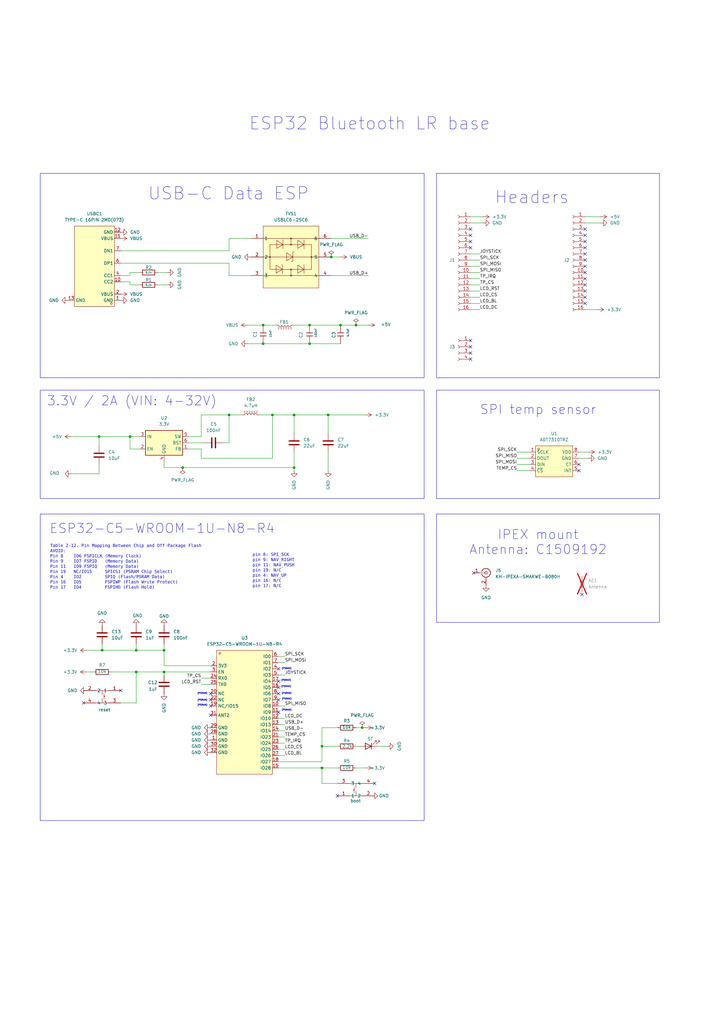
<source format=kicad_sch>
(kicad_sch (version 20250114) (generator "eeschema") (generator_version "9.0")
  (paper "A3" portrait)
  (title_block (date "2026-01-05") (rev "v.6e07b40"))
  (lib_symbols
    (symbol "Connector:Conn_01x04_Socket" (pin_names (offset 1.016) (hide yes))
      (property "Reference" "J" (at 0 5.08 0))
      (property "Value" "Conn_01x04_Socket" (at 0 -7.62 0))
      (symbol "Conn_01x04_Socket_1_1"
        (pin passive line (at -5.08 2.54 0) (length 3.81) (name "Pin_1") (number "1"))
        (pin passive line (at -5.08 0 0) (length 3.81) (name "Pin_2") (number "2"))
        (pin passive line (at -5.08 -2.54 0) (length 3.81) (name "Pin_3") (number "3"))
        (pin passive line (at -5.08 -5.08 0) (length 3.81) (name "Pin_4") (number "4"))
      )
    )
    (symbol "Connector:Conn_01x16_Socket" (pin_names (offset 1.016) (hide yes))
      (property "Reference" "J" (at 0 20.32 0))
      (property "Value" "Conn_01x16_Socket" (at 0 -22.86 0))
      (symbol "Conn_01x16_Socket_1_1"
        (pin passive line (at -5.08 17.78 0) (length 3.81) (name "Pin_1") (number "1"))
        (pin passive line (at -5.08 15.24 0) (length 3.81) (name "Pin_2") (number "2"))
        (pin passive line (at -5.08 12.7 0) (length 3.81) (name "Pin_3") (number "3"))
        (pin passive line (at -5.08 10.16 0) (length 3.81) (name "Pin_4") (number "4"))
        (pin passive line (at -5.08 7.62 0) (length 3.81) (name "Pin_5") (number "5"))
        (pin passive line (at -5.08 5.08 0) (length 3.81) (name "Pin_6") (number "6"))
        (pin passive line (at -5.08 2.54 0) (length 3.81) (name "Pin_7") (number "7"))
        (pin passive line (at -5.08 0 0) (length 3.81) (name "Pin_8") (number "8"))
        (pin passive line (at -5.08 -2.54 0) (length 3.81) (name "Pin_9") (number "9"))
        (pin passive line (at -5.08 -5.08 0) (length 3.81) (name "Pin_10") (number "10"))
        (pin passive line (at -5.08 -7.62 0) (length 3.81) (name "Pin_11") (number "11"))
        (pin passive line (at -5.08 -10.16 0) (length 3.81) (name "Pin_12") (number "12"))
        (pin passive line (at -5.08 -12.7 0) (length 3.81) (name "Pin_13") (number "13"))
        (pin passive line (at -5.08 -15.24 0) (length 3.81) (name "Pin_14") (number "14"))
        (pin passive line (at -5.08 -17.78 0) (length 3.81) (name "Pin_15") (number "15"))
        (pin passive line (at -5.08 -20.32 0) (length 3.81) (name "Pin_16") (number "16"))
      )
    )
    (symbol "Connector:Conn_Coaxial" (pin_names (offset 1.016) (hide yes))
      (property "Reference" "J" (at 0.254 3.048 0))
      (property "Value" "Conn_Coaxial" (at 2.921 0 90))
      (symbol "Conn_Coaxial_1_1"
        (pin passive line (at -5.08 0 0) (length 2.54) (name "In") (number "1"))
        (pin passive line (at 0 -5.08 90) (length 2.54) (name "Ext") (number "2"))
      )
    )
    (symbol "Device:Antenna" (pin_numbers (hide yes)) (pin_names (offset 1.016) (hide yes))
      (property "Reference" "AE" (at -1.905 1.905 0))
      (property "Value" "Antenna" (at -1.905 0 0))
      (symbol "Antenna_1_1"
        (pin input line (at 0 -5.08 90) (length 2.54) (name "A") (number "1"))
      )
    )
    (symbol "Device:C" (pin_numbers (hide yes)) (pin_names (offset 0.254))
      (property "Reference" "C" (at 0.635 2.54 0))
      (property "Value" "C" (at 0.635 -2.54 0))
      (symbol "C_1_1"
        (pin passive line (at 0 3.81 270) (length 2.794) (name "~") (number "1"))
        (pin passive line (at 0 -3.81 90) (length 2.794) (name "~") (number "2"))
      )
    )
    (symbol "Device:LED" (pin_numbers (hide yes)) (pin_names (offset 1.016) (hide yes))
      (property "Reference" "D" (at 0 2.54 0))
      (property "Value" "LED" (at 0 -2.54 0))
      (symbol "LED_1_1"
        (pin passive line (at -3.81 0 0) (length 2.54) (name "K") (number "1"))
        (pin passive line (at 3.81 0 180) (length 2.54) (name "A") (number "2"))
      )
    )
    (symbol "Device:L_Ferrite" (pin_numbers (hide yes)) (pin_names (offset 1.016) (hide yes))
      (property "Reference" "L" (at -1.27 0 90))
      (property "Value" "L_Ferrite" (at 2.794 0 90))
      (symbol "L_Ferrite_1_1"
        (pin passive line (at 0 3.81 270) (length 1.27) (name "1") (number "1"))
        (pin passive line (at 0 -3.81 90) (length 1.27) (name "2") (number "2"))
      )
    )
    (symbol "Device:R" (pin_numbers (hide yes)) (pin_names (offset 0))
      (property "Reference" "R" (at 2.032 0 90))
      (property "Value" "R" (at 0 0 90))
      (symbol "R_1_1"
        (pin passive line (at 0 3.81 270) (length 1.27) (name "~") (number "1"))
        (pin passive line (at 0 -3.81 90) (length 1.27) (name "~") (number "2"))
      )
    )
    (symbol "LCSC:TS-1002S-04526C"
      (property "Reference" "SW" (at 0 7.62 0))
      (property "Value" "TS-1002S-04526C" (at 0 -7.62 0))
      (symbol "TS-1002S-04526C_0_1"
        (pin unspecified line (at -7.62 2.54 0) (length 5.08) (name "1") (number "1"))
        (pin unspecified line (at -7.62 -2.54 0) (length 5.08) (name "3") (number "3"))
        (pin unspecified line (at 7.62 2.54 180) (length 5.08) (name "2") (number "2"))
        (pin unspecified line (at 7.62 -2.54 180) (length 5.08) (name "4") (number "4"))
      )
    )
    (symbol "PCM_JLCPCB-Capacitors:1206,100nF" (pin_numbers (hide yes)) (pin_names (offset 0))
      (property "Reference" "C" (at 2.032 1.668 0))
      (property "Value" "100nF" (at 2.032 -0.3782 0))
      (property "Voltage Rated" "50V" (at 2.032 -2.0462 0))
      (symbol "1206,100nF_1_1"
        (pin passive line (at 0 3.81 270) (length 3.175) (name "~") (number "1"))
        (pin passive line (at 0 -3.81 90) (length 3.175) (name "~") (number "2"))
      )
    )
    (symbol "PCM_JLCPCB-Capacitors:1206,10nF" (pin_numbers (hide yes)) (pin_names (offset 0))
      (property "Reference" "C" (at 2.032 1.668 0))
      (property "Value" "10nF" (at 2.032 -0.3782 0))
      (property "Voltage Rated" "50V" (at 2.032 -2.0462 0))
      (symbol "1206,10nF_1_1"
        (pin passive line (at 0 3.81 270) (length 3.175) (name "~") (number "1"))
        (pin passive line (at 0 -3.81 90) (length 3.175) (name "~") (number "2"))
      )
    )
    (symbol "PCM_JLCPCB-Capacitors:1206,4.7uF" (pin_numbers (hide yes)) (pin_names (offset 0))
      (property "Reference" "C" (at 2.032 1.668 0))
      (property "Value" "4.7uF" (at 2.032 -0.3782 0))
      (property "Voltage Rated" "50V" (at 2.032 -2.0462 0))
      (symbol "1206,4.7uF_1_1"
        (pin passive line (at 0 3.81 270) (length 3.175) (name "~") (number "1"))
        (pin passive line (at 0 -3.81 90) (length 3.175) (name "~") (number "2"))
      )
    )
    (symbol "PWA:R_5.1K_1206_C26033" (pin_numbers (hide yes)) (pin_names (offset 0))
      (property "Reference" "R" (at 1.778 0 0))
      (property "Value" "5.1k" (at 0 0 90))
      (symbol "R_5.1K_1206_C26033_1_1"
        (pin passive line (at 0 3.81 270) (length 1.27) (name "~") (number "1"))
        (pin passive line (at 0 -3.81 90) (length 1.27) (name "~") (number "2"))
      )
    )
    (symbol "Regulator_Switching:AP63205WU"
      (property "Reference" "U" (at -7.62 6.35 0))
      (property "Value" "AP63205WU" (at 2.54 6.35 0))
      (symbol "AP63205WU_1_1"
        (pin power_in line (at -10.16 2.54 0) (length 2.54) (name "IN") (number "3"))
        (pin input line (at -10.16 -2.54 0) (length 2.54) (name "EN") (number "2"))
        (pin power_in line (at 0 -7.62 90) (length 2.54) (name "GND") (number "4"))
        (pin output line (at 10.16 2.54 180) (length 2.54) (name "SW") (number "5"))
        (pin passive line (at 10.16 0 180) (length 2.54) (name "BST") (number "6"))
        (pin input line (at 10.16 -2.54 180) (length 2.54) (name "FB") (number "1"))
      )
    )
    (symbol "TS-1002S-04526C_1"
      (property "Value" "reset" (at 1.524 -5.334 0))
      (symbol "TS-1002S-04526C_1_0_1"
        (pin unspecified line (at -7.62 -2.54 0) (length 5.08) (name "3") (number "3"))
        (pin unspecified line (at 7.62 2.54 180) (length 5.08) (name "2") (number "2"))
        (pin unspecified line (at 7.62 -2.54 180) (length 5.08) (name "4") (number "4"))
      )
      (symbol "TS-1002S-04526C_1_1_1"
        (pin input line (at -7.62 2.54 0) (length 5.08) (name "1") (number "1"))
      )
    )
    (symbol "easyeda2kicad:ADT7310TRZ"
      (property "Reference" "U" (at 0 8.89 0))
      (property "Value" "ADT7310TRZ" (at 0 -8.89 0))
      (symbol "ADT7310TRZ_0_1"
        (pin unspecified line (at -10.16 3.81 0) (length 2.54) (name "SCLK") (number "1"))
        (pin unspecified line (at -10.16 1.27 0) (length 2.54) (name "DOUT") (number "2"))
        (pin unspecified line (at -10.16 -1.27 0) (length 2.54) (name "DIN") (number "3"))
        (pin unspecified line (at -10.16 -3.81 0) (length 2.54) (name "~{CS}") (number "4"))
        (pin unspecified line (at 10.16 3.81 180) (length 2.54) (name "VDD") (number "8"))
        (pin unspecified line (at 10.16 1.27 180) (length 2.54) (name "GND") (number "7"))
        (pin unspecified line (at 10.16 -1.27 180) (length 2.54) (name "CT") (number "6"))
        (pin unspecified line (at 10.16 -3.81 180) (length 2.54) (name "INT") (number "5"))
      )
    )
    (symbol "easyeda2kicad:ESP32-C5-WROOM-1U-N8-R4"
      (property "Reference" "U" (at 0 29.21 0))
      (property "Value" "ESP32-C5-WROOM-1U-N8-R4" (at 0 -26.67 0))
      (symbol "ESP32-C5-WROOM-1U-N8-R4_0_1"
        (pin unspecified line (at -13.97 20.32 0) (length 2.54) (name "3V3") (number "2"))
        (pin unspecified line (at -13.97 17.78 0) (length 2.54) (name "EN") (number "3"))
        (pin unspecified line (at -13.97 15.24 0) (length 2.54) (name "RX0") (number "24"))
        (pin unspecified line (at -13.97 12.7 0) (length 2.54) (name "TX0") (number "25"))
        (pin unspecified line (at -13.97 8.89 0) (length 2.54) (name "NC") (number "20"))
        (pin unspecified line (at -13.97 6.35 0) (length 2.54) (name "NC") (number "22"))
        (pin unspecified line (at -13.97 3.81 0) (length 2.54) (name "NC/IO15") (number "19"))
        (pin unspecified line (at -13.97 0 0) (length 2.54) (name "ANT2") (number "31"))
        (pin unspecified line (at -13.97 -5.08 0) (length 2.54) (name "GND") (number "29"))
        (pin unspecified line (at -13.97 -7.62 0) (length 2.54) (name "GND") (number "28"))
        (pin unspecified line (at -13.97 -10.16 0) (length 2.54) (name "GND") (number "1"))
        (pin unspecified line (at -13.97 -12.7 0) (length 2.54) (name "GND") (number "30"))
        (pin unspecified line (at -13.97 -15.24 0) (length 2.54) (name "GND") (number "32"))
        (pin unspecified line (at 13.97 24.13 180) (length 2.54) (name "IO0") (number "6"))
        (pin unspecified line (at 13.97 21.59 180) (length 2.54) (name "IO1") (number "7"))
        (pin unspecified line (at 13.97 19.05 180) (length 2.54) (name "IO2") (number "4"))
        (pin unspecified line (at 13.97 16.51 180) (length 2.54) (name "IO3") (number "5"))
        (pin unspecified line (at 13.97 13.97 180) (length 2.54) (name "IO4") (number "17"))
        (pin unspecified line (at 13.97 11.43 180) (length 2.54) (name "IO5") (number "16"))
        (pin unspecified line (at 13.97 8.89 180) (length 2.54) (name "IO6") (number "8"))
        (pin unspecified line (at 13.97 6.35 180) (length 2.54) (name "IO7") (number "9"))
        (pin unspecified line (at 13.97 3.81 180) (length 2.54) (name "IO8") (number "10"))
        (pin unspecified line (at 13.97 1.27 180) (length 2.54) (name "IO9") (number "11"))
        (pin unspecified line (at 13.97 -1.27 180) (length 2.54) (name "IO10") (number "12"))
        (pin unspecified line (at 13.97 -3.81 180) (length 2.54) (name "IO13") (number "13"))
        (pin unspecified line (at 13.97 -6.35 180) (length 2.54) (name "IO14") (number "14"))
        (pin unspecified line (at 13.97 -8.89 180) (length 2.54) (name "IO23") (number "21"))
        (pin unspecified line (at 13.97 -11.43 180) (length 2.54) (name "IO24") (number "23"))
        (pin unspecified line (at 13.97 -13.97 180) (length 2.54) (name "IO25") (number "26"))
        (pin unspecified line (at 13.97 -16.51 180) (length 2.54) (name "IO26") (number "27"))
        (pin unspecified line (at 13.97 -19.05 180) (length 2.54) (name "IO27") (number "18"))
        (pin unspecified line (at 13.97 -21.59 180) (length 2.54) (name "IO28") (number "15"))
      )
    )
    (symbol "easyeda2kicad:TYPE-C16PIN2MD(073)"
      (property "Reference" "USBC1" (at -0.635 -21.59 0))
      (property "Value" "TYPE-C 16PIN 2MD(073)" (at -0.635 -19.05 0))
      (symbol "TYPE-C16PIN2MD(073)_1_1"
        (pin power_in line (at -11.43 13.97 0) (length 2.54) (name "GND") (number "1"))
        (pin power_in line (at -11.43 11.43 0) (length 2.54) (name "VBUS") (number "2"))
        (pin passive line (at -11.43 6.35 0) (length 2.54) (name "CC2") (number "10"))
        (pin passive line (at -11.43 3.81 0) (length 2.54) (name "CC1") (number "4"))
        (pin passive line (at -11.43 -1.27 0) (length 2.54) (name "DP1") (number "6"))
        (pin passive line (at -11.43 -1.27 0) (length 2.54) (hide yes) (name "DP2") (number "8"))
        (pin passive line (at -11.43 -6.35 0) (length 2.54) (hide yes) (name "DN2") (number "5"))
        (pin passive line (at -11.43 -6.35 0) (length 2.54) (name "DN1") (number "7"))
        (pin power_in line (at -11.43 -11.43 0) (length 2.54) (name "VBUS") (number "11"))
        (pin power_in line (at -11.43 -13.97 0) (length 2.54) (name "GND") (number "12"))
        (pin passive line (at 10.16 13.97 180) (length 2.54) (name "GND") (number "13"))
        (pin passive line (at 10.16 13.97 180) (length 2.54) (hide yes) (name "GND") (number "14"))
        (pin no_connect line (at 10.16 8.89 180) (length 2.54) (hide yes) (name "SBU2") (number "3"))
        (pin no_connect line (at 10.16 -7.62 180) (length 2.54) (hide yes) (name "SBU1") (number "9"))
      )
    )
    (symbol "easyeda2kicad:USBLC6-2SC6"
      (property "Reference" "TVS1" (at 0 17.78 0))
      (property "Value" "USBLC6-2SC6" (at 0 15.24 0))
      (symbol "USBLC6-2SC6_0_1"
        (pin input line (at -16.51 7.62 0) (length 5.08) (name "1") (number "1"))
        (pin input line (at -16.51 0 0) (length 5.08) (name "2") (number "2"))
        (pin input line (at -16.51 -7.62 0) (length 5.08) (name "3") (number "3"))
        (pin input line (at 16.51 0 180) (length 5.08) (name "5") (number "5"))
      )
      (symbol "USBLC6-2SC6_1_1"
        (pin output line (at 16.51 7.62 180) (length 5.08) (name "6") (number "6"))
        (pin output line (at 16.51 -7.62 180) (length 5.08) (name "4") (number "4"))
      )
    )
    (symbol "power:+3.3V" (power) (pin_numbers (hide yes)) (pin_names (offset 0) (hide yes))
      (property "Value" "+3.3V" (at 0 3.556 0))
      (symbol "+3.3V_1_1"
        (pin power_in line (at 0 0 90) (length 0) (name "~") (number "1"))
      )
    )
    (symbol "power:+5V" (power) (pin_numbers (hide yes)) (pin_names (offset 0) (hide yes))
      (property "Value" "+5V" (at 0 3.556 0))
      (symbol "+5V_1_1"
        (pin power_in line (at 0 0 90) (length 0) (name "~") (number "1"))
      )
    )
    (symbol "power:GND" (power) (pin_numbers (hide yes)) (pin_names (offset 0) (hide yes))
      (property "Value" "GND" (at 0 -3.81 0))
      (symbol "GND_1_1"
        (pin power_in line (at 0 0 270) (length 0) (name "~") (number "1"))
      )
    )
    (symbol "power:PWR_FLAG" (power) (pin_numbers (hide yes)) (pin_names (offset 0) (hide yes))
      (property "Value" "PWR_FLAG" (at 0 3.81 0))
      (symbol "PWR_FLAG_0_0"
        (pin power_out line (at 0 0 90) (length 0) (name "~") (number "1"))
      )
    )
    (symbol "power:VBUS" (power) (pin_numbers (hide yes)) (pin_names (offset 0) (hide yes))
      (property "Value" "VBUS" (at 0 3.556 0))
      (symbol "VBUS_1_1"
        (pin power_in line (at 0 0 90) (length 0) (name "~") (number "1"))
      )
    )
  )
  (rectangle (start 179.07 71.12) (end 270.51 154.94))
  (rectangle (start 179.07 210.82) (end 270.51 255.27))
  (rectangle (start 16.51 160.02) (end 173.99 204.47))
  (rectangle (start 16.51 71.12) (end 173.99 154.94))
  (rectangle (start 179.07 160.02) (end 270.51 204.47))
  (rectangle (start 16.51 210.82) (end 173.99 336.55))
  (text "ESP32 Bluetooth LR base" (at 151.638 50.8 0) (effects (font (size 5.08 5.08))))
  (text "(PSRAM)" (at 117.602 286.766 0) (effects (font (size 0.635 0.635))))
  (text "ESP32-C5-WROOM-1U-N8-R4" (at 66.548 216.916 0) (effects (font (size 3.81 3.81))))
  (text "Headers" (at 218.186 81.026 0) (effects (font (size 5.08 5.08))))
  (text "(PSRAM)" (at 83.058 284.48 0) (effects (font (size 0.635 0.635))))
  (text "USB-C Data ESP" (at 93.726 79.502 0) (effects (font (size 5.08 5.08))))
  (text "SPI temp sensor" (at 220.726 168.148 0) (effects (font (size 3.81 3.81))))
  (text "(PSRAM)" (at 83.058 287.274 0) (effects (font (size 0.635 0.635))))
  (text "(PSRAM)" (at 83.058 289.306 0) (effects (font (size 0.635 0.635))))
  (text "(PSRAM)" (at 117.602 284.48 0) (effects (font (size 0.635 0.635))))
  (text "3.3V / 2A (VIN: 4-32V)" (at 54.102 164.592 0) (effects (font (size 3.81 3.81))))
  (text "(PSRAM)" (at 117.348 281.686 0) (effects (font (size 0.635 0.635))))
  (text "IPEX mount\nAntenna: C1509192" (at 220.726 222.504 0) (effects (font (size 3.81 3.81))))
  (text "(PSRAM)" (at 117.348 279.146 0) (effects (font (size 0.635 0.635))))
  (text "pin 8: SPI_SCK\npin 9: NAV_RIGHT\npin 11: NAV_PUSH\npin 19: N/C\npin 4: NAV_UP\npin 16: N/C\npin 17: N/C" (at 103.632 234.442 0) (effects (font (size 1.27 1.27)) (justify left)))
  (text "(PSRAM)" (at 117.602 274.32 0) (effects (font (size 0.635 0.635))))
  (text "Table 2-12. Pin Mapping Between Chip and Off-Package Flash\nAVOID:\nPin 8    IO6 FSPICLK (Memory Clock)\nPin 9    IO7 FSPID   (Memory Data)\nPin 11   IO9 FSPIQ   (Memory Data)\nPin 19   NC/IO15     SPICS1 (PSRAM Chip Select)\nPin 4    IO2         SPIQ (Flash/PSRAM Data)\nPin 16   IO5         FSPIWP (Flash Write Protect)\nPin 17   IO4         FSPIHD (Flash Hold)" (exclude_from_sim yes) (at 20.574 232.918 0) (effects (font (size 1.27 1.27)) (justify left)))
  (text "(PSRAM)" (at 117.602 291.338 0) (effects (font (size 0.635 0.635))))
  (junction (at 74.93 191.77))
  (junction (at 127 133.35))
  (junction (at 127 140.97))
  (junction (at 146.05 133.35))
  (junction (at 67.31 266.7))
  (junction (at 120.65 170.18))
  (junction (at 134.62 170.18))
  (junction (at 107.95 133.35))
  (junction (at 120.65 191.77))
  (junction (at 135.89 105.41))
  (junction (at 40.64 179.07))
  (junction (at 41.91 266.7))
  (junction (at 132.08 314.96))
  (junction (at 53.34 179.07))
  (junction (at 139.7 133.35))
  (junction (at 55.88 266.7))
  (junction (at 111.76 170.18))
  (junction (at 55.88 275.59))
  (junction (at 148.59 298.45))
  (junction (at 107.95 140.97))
  (junction (at 132.08 306.07))
  (junction (at 67.31 275.59))
  (junction (at 93.98 170.18))
  (no_connect (at 193.04 93.98))
  (no_connect (at 193.04 139.7))
  (no_connect (at 34.29 288.29))
  (no_connect (at 240.03 119.38))
  (no_connect (at 240.03 99.06))
  (no_connect (at 240.03 104.14))
  (no_connect (at 240.03 114.3))
  (no_connect (at 240.03 116.84))
  (no_connect (at 193.04 96.52))
  (no_connect (at 240.03 109.22))
  (no_connect (at 138.43 326.39))
  (no_connect (at 240.03 121.92))
  (no_connect (at 114.3 287.02))
  (no_connect (at 114.3 284.48))
  (no_connect (at 240.03 93.98))
  (no_connect (at 86.36 289.56))
  (no_connect (at 193.04 147.32))
  (no_connect (at 237.49 190.5))
  (no_connect (at 240.03 111.76))
  (no_connect (at 193.04 144.78))
  (no_connect (at 114.3 281.94))
  (no_connect (at 153.67 321.31))
  (no_connect (at 86.36 284.48))
  (no_connect (at 193.04 142.24))
  (no_connect (at 86.36 293.37))
  (no_connect (at 240.03 106.68))
  (no_connect (at 49.53 283.21))
  (no_connect (at 237.49 193.04))
  (no_connect (at 86.36 287.02))
  (no_connect (at 114.3 292.1))
  (no_connect (at 238.76 243.84))
  (no_connect (at 240.03 124.46))
  (no_connect (at 114.3 274.32))
  (no_connect (at 240.03 101.6))
  (no_connect (at 194.31 234.95))
  (no_connect (at 193.04 99.06))
  (no_connect (at 240.03 96.52))
  (no_connect (at 193.04 101.6))
  (no_connect (at 114.3 279.4))
  (wire (pts (xy 67.31 266.7) (xy 67.31 273.05)))
  (wire (pts (xy 55.88 275.59) (xy 55.88 288.29)))
  (wire (pts (xy 114.3 299.72) (xy 116.84 299.72)))
  (wire (pts (xy 45.72 275.59) (xy 55.88 275.59)))
  (wire (pts (xy 35.56 275.59) (xy 38.1 275.59)))
  (wire (pts (xy 120.65 191.77) (xy 120.65 193.04)))
  (wire (pts (xy 55.88 275.59) (xy 67.31 275.59)))
  (wire (pts (xy 212.09 185.42) (xy 217.17 185.42)))
  (wire (pts (xy 64.77 116.84) (xy 68.58 116.84)))
  (wire (pts (xy 127 133.35) (xy 139.7 133.35)))
  (wire (pts (xy 82.55 179.07) (xy 77.47 179.07)))
  (wire (pts (xy 138.43 321.31) (xy 132.08 321.31)))
  (wire (pts (xy 132.08 306.07) (xy 132.08 312.42)))
  (wire (pts (xy 53.34 184.15) (xy 53.34 179.07)))
  (wire (pts (xy 146.05 298.45) (xy 148.59 298.45)))
  (wire (pts (xy 193.04 88.9) (xy 198.12 88.9)))
  (wire (pts (xy 49.53 107.95) (xy 93.98 107.95)))
  (wire (pts (xy 53.34 111.76) (xy 53.34 113.03)))
  (wire (pts (xy 212.09 193.04) (xy 217.17 193.04)))
  (wire (pts (xy 67.31 275.59) (xy 86.36 275.59)))
  (wire (pts (xy 212.09 187.96) (xy 217.17 187.96)))
  (wire (pts (xy 91.44 181.61) (xy 93.98 181.61)))
  (wire (pts (xy 116.84 269.24) (xy 114.3 269.24)))
  (wire (pts (xy 240.03 88.9) (xy 246.38 88.9)))
  (wire (pts (xy 41.91 264.16) (xy 41.91 266.7)))
  (wire (pts (xy 193.04 116.84) (xy 196.85 116.84)))
  (wire (pts (xy 134.62 185.42) (xy 134.62 193.04)))
  (wire (pts (xy 93.98 170.18) (xy 99.06 170.18)))
  (wire (pts (xy 40.64 179.07) (xy 53.34 179.07)))
  (wire (pts (xy 101.6 133.35) (xy 107.95 133.35)))
  (wire (pts (xy 193.04 111.76) (xy 196.85 111.76)))
  (wire (pts (xy 67.31 266.7) (xy 55.88 266.7)))
  (wire (pts (xy 40.64 182.88) (xy 40.64 179.07)))
  (wire (pts (xy 93.98 170.18) (xy 93.98 181.61)))
  (wire (pts (xy 148.59 298.45) (xy 149.86 298.45)))
  (wire (pts (xy 55.88 264.16) (xy 55.88 266.7)))
  (wire (pts (xy 107.95 133.35) (xy 113.03 133.35)))
  (wire (pts (xy 67.31 275.59) (xy 67.31 276.86)))
  (wire (pts (xy 55.88 266.7) (xy 41.91 266.7)))
  (wire (pts (xy 193.04 119.38) (xy 196.85 119.38)))
  (wire (pts (xy 154.94 306.07) (xy 158.75 306.07)))
  (wire (pts (xy 116.84 309.88) (xy 114.3 309.88)))
  (wire (pts (xy 127 140.97) (xy 139.7 140.97)))
  (wire (pts (xy 53.34 179.07) (xy 57.15 179.07)))
  (wire (pts (xy 82.55 184.15) (xy 82.55 187.96)))
  (wire (pts (xy 111.76 187.96) (xy 111.76 170.18)))
  (wire (pts (xy 107.95 140.97) (xy 127 140.97)))
  (wire (pts (xy 114.3 297.18) (xy 116.84 297.18)))
  (wire (pts (xy 120.65 170.18) (xy 120.65 177.8)))
  (wire (pts (xy 53.34 115.57) (xy 53.34 116.84)))
  (wire (pts (xy 193.04 124.46) (xy 196.85 124.46)))
  (wire (pts (xy 77.47 181.61) (xy 83.82 181.61)))
  (wire (pts (xy 114.3 304.8) (xy 116.84 304.8)))
  (wire (pts (xy 120.65 170.18) (xy 134.62 170.18)))
  (wire (pts (xy 132.08 298.45) (xy 138.43 298.45)))
  (wire (pts (xy 41.91 266.7) (xy 35.56 266.7)))
  (wire (pts (xy 82.55 278.13) (xy 86.36 278.13)))
  (wire (pts (xy 135.89 113.03) (xy 151.13 113.03)))
  (wire (pts (xy 116.84 271.78) (xy 114.3 271.78)))
  (wire (pts (xy 67.31 273.05) (xy 86.36 273.05)))
  (wire (pts (xy 57.15 184.15) (xy 53.34 184.15)))
  (wire (pts (xy 193.04 121.92) (xy 196.85 121.92)))
  (wire (pts (xy 53.34 111.76) (xy 57.15 111.76)))
  (wire (pts (xy 93.98 113.03) (xy 102.87 113.03)))
  (wire (pts (xy 40.64 190.5) (xy 40.64 194.31)))
  (wire (pts (xy 67.31 264.16) (xy 67.31 266.7)))
  (wire (pts (xy 77.47 184.15) (xy 82.55 184.15)))
  (wire (pts (xy 120.65 133.35) (xy 127 133.35)))
  (wire (pts (xy 139.7 133.35) (xy 146.05 133.35)))
  (wire (pts (xy 134.62 170.18) (xy 134.62 177.8)))
  (wire (pts (xy 67.31 191.77) (xy 74.93 191.77)))
  (wire (pts (xy 93.98 97.79) (xy 102.87 97.79)))
  (wire (pts (xy 240.03 91.44) (xy 246.38 91.44)))
  (wire (pts (xy 212.09 190.5) (xy 217.17 190.5)))
  (wire (pts (xy 132.08 314.96) (xy 114.3 314.96)))
  (wire (pts (xy 146.05 306.07) (xy 147.32 306.07)))
  (wire (pts (xy 196.85 127) (xy 193.04 127)))
  (wire (pts (xy 49.53 288.29) (xy 55.88 288.29)))
  (wire (pts (xy 82.55 280.67) (xy 86.36 280.67)))
  (wire (pts (xy 29.21 179.07) (xy 40.64 179.07)))
  (wire (pts (xy 132.08 314.96) (xy 138.43 314.96)))
  (wire (pts (xy 93.98 107.95) (xy 93.98 113.03)))
  (wire (pts (xy 193.04 109.22) (xy 196.85 109.22)))
  (wire (pts (xy 146.05 314.96) (xy 149.86 314.96)))
  (wire (pts (xy 101.6 140.97) (xy 107.95 140.97)))
  (wire (pts (xy 193.04 114.3) (xy 196.85 114.3)))
  (wire (pts (xy 245.11 127) (xy 240.03 127)))
  (wire (pts (xy 82.55 170.18) (xy 93.98 170.18)))
  (wire (pts (xy 114.3 307.34) (xy 116.84 307.34)))
  (wire (pts (xy 132.08 306.07) (xy 138.43 306.07)))
  (wire (pts (xy 111.76 170.18) (xy 120.65 170.18)))
  (wire (pts (xy 82.55 187.96) (xy 111.76 187.96)))
  (wire (pts (xy 64.77 111.76) (xy 68.58 111.76)))
  (wire (pts (xy 49.53 102.87) (xy 93.98 102.87)))
  (wire (pts (xy 237.49 187.96) (xy 241.3 187.96)))
  (wire (pts (xy 132.08 312.42) (xy 114.3 312.42)))
  (wire (pts (xy 114.3 294.64) (xy 116.84 294.64)))
  (wire (pts (xy 53.34 113.03) (xy 49.53 113.03)))
  (wire (pts (xy 114.3 276.86) (xy 116.84 276.86)))
  (wire (pts (xy 114.3 289.56) (xy 116.84 289.56)))
  (wire (pts (xy 134.62 170.18) (xy 149.86 170.18)))
  (wire (pts (xy 114.3 302.26) (xy 116.84 302.26)))
  (wire (pts (xy 139.7 105.41) (xy 135.89 105.41)))
  (wire (pts (xy 146.05 133.35) (xy 151.13 133.35)))
  (wire (pts (xy 53.34 116.84) (xy 57.15 116.84)))
  (wire (pts (xy 193.04 91.44) (xy 198.12 91.44)))
  (wire (pts (xy 49.53 115.57) (xy 53.34 115.57)))
  (wire (pts (xy 135.89 97.79) (xy 151.13 97.79)))
  (wire (pts (xy 67.31 191.77) (xy 67.31 189.23)))
  (wire (pts (xy 120.65 185.42) (xy 120.65 191.77)))
  (wire (pts (xy 193.04 106.68) (xy 196.85 106.68)))
  (wire (pts (xy 132.08 298.45) (xy 132.08 306.07)))
  (wire (pts (xy 82.55 170.18) (xy 82.55 179.07)))
  (wire (pts (xy 93.98 97.79) (xy 93.98 102.87)))
  (wire (pts (xy 152.4 326.39) (xy 153.67 326.39)))
  (wire (pts (xy 196.85 104.14) (xy 193.04 104.14)))
  (wire (pts (xy 237.49 185.42) (xy 241.3 185.42)))
  (wire (pts (xy 106.68 170.18) (xy 111.76 170.18)))
  (wire (pts (xy 132.08 314.96) (xy 132.08 321.31)))
  (wire (pts (xy 29.21 194.31) (xy 40.64 194.31)))
  (wire (pts (xy 35.56 283.21) (xy 34.29 283.21)))
  (wire (pts (xy 74.93 191.77) (xy 120.65 191.77)))
  (label "TP_CS" (at 196.85 116.84 0))
  (label "SPI_SCK" (at 116.84 269.24 0))
  (label "LCD_DC" (at 116.84 294.64 0))
  (label "SPI_MISO" (at 116.84 289.56 0))
  (label "SPI_MISO" (at 196.85 111.76 0))
  (label "USB_D+" (at 151.13 113.03 180))
  (label "JOYSTICK" (at 196.85 104.14 0))
  (label "USB_D-" (at 116.84 299.72 0))
  (label "TP_IRQ" (at 196.85 114.3 0))
  (label "LCD_RST" (at 82.55 280.67 180))
  (label "USB_D-" (at 151.13 97.79 180))
  (label "SPI_MISO" (at 212.09 187.96 180))
  (label "LCD_CS" (at 116.84 307.34 0))
  (label "TP_CS" (at 82.55 278.13 180))
  (label "SPI_SCK" (at 196.85 106.68 0))
  (label "SPI_SCK" (at 212.09 185.42 180))
  (label "SPI_MOSI" (at 212.09 190.5 180))
  (label "LCD_CS" (at 196.85 121.92 0))
  (label "TP_IRQ" (at 116.84 304.8 0))
  (label "USB_D+" (at 116.84 297.18 0))
  (label "LCD_BL" (at 116.84 309.88 0))
  (label "SPI_MOSI" (at 196.85 109.22 0))
  (label "LCD_DC" (at 196.85 127 0))
  (label "TEMP_CS" (at 212.09 193.04 180))
  (label "JOYSTICK" (at 116.84 276.86 0))
  (label "TEMP_CS" (at 116.84 302.26 0))
  (label "LCD_BL" (at 196.85 124.46 0))
  (label "SPI_MOSI" (at 116.84 271.78 0))
  (label "LCD_RST" (at 196.85 119.38 0))
  (symbol (lib_id "easyeda2kicad:ADT7310TRZ") (at 227.33 189.23 0) (unit 1)
    (property "Reference" "U1" (at 227.33 177.8 0))
    (property "Value" "ADT7310TRZ" (at 227.33 180.34 0))
    (property "Footprint" "easyeda2kicad:SOIC-8_L4.9-W3.9-P1.27-LS6.0-BL" (effects (hide yes)))
    (property "Datasheet" "https://www.lcsc.com/datasheet/C660039.pdf" (effects (hide yes)))
    (property "Description" "-55℃~+150℃ SPI 2.7V~5.5V SOIC-8 Analog and Digital Output RoHS" (effects (hide yes)))
    (property "LCSC Part" "C660039" (effects (hide yes)))
  )
  (symbol (lib_id "Device:R") (at 41.91 275.59 90) (unit 1)
    (property "Reference" "R7" (at 41.91 272.796 90))
    (property "Value" "10k" (at 41.91 275.336 90))
    (property "Footprint" "PCM_JLCPCB:R_0805" (effects (hide yes)))
    (property "Datasheet" "https://www.lcsc.com/datasheet/C84376.pdf" (effects (hide yes)))
    (property "Description" "125mW 10kΩ 150V Thick Film Resistor ±100ppm/℃ ±1% 0805 Chip Resistor - Surface Mount RoHS" (effects (hide yes)))
    (property "LCSC" "C84376" (effects (hide yes)))
    (property "Part" "RC0805FR-0710KL" (effects (hide yes)))
  )
  (symbol (lib_id "easyeda2kicad:TYPE-C16PIN2MD(073)") (at 38.1 109.22 180) (unit 1)
    (property "Reference" "USBC1" (at 38.735 87.63 0))
    (property "Value" "TYPE-C 16PIN 2MD(073)" (at 38.735 90.17 0))
    (property "Footprint" "pwa:USB-C-SMD_TYPE-C-6PIN-2MD-073" (effects (hide yes)))
    (property "LCSC Part" "C2765186" (effects (hide yes)))
  )
  (symbol (lib_id "power:GND") (at 27.94 123.19 270) (unit 1)
    (property "Reference" "#PWR042" (effects (hide yes)))
    (property "Value" "GND" (at 24.13 123.1899 90) (effects (justify right)))
    (property "Description" "Power symbol creates a global label with name \"GND\" , ground" (effects (hide yes)))
  )
  (symbol (lib_id "PCM_JLCPCB-Capacitors:1206,10nF") (at 107.95 137.16 0) (unit 1)
    (property "Reference" "C1" (at 104.648 138.43 90) (effects (justify left)))
    (property "Value" "10nF" (at 110.998 138.43 90) (effects (font (size 0.8 0.8)) (justify left)))
    (property "Footprint" "Capacitor_SMD:C_0805_2012Metric" (effects (hide yes)))
    (property "Datasheet" "https://www.lcsc.com/datasheet/C83170.pdf" (effects (hide yes)))
    (property "Description" "10nF ±10% 50V Ceramic Capacitor X7R 0805" (effects (hide yes)))
    (property "LCSC" "C83170" (effects (hide yes)))
    (property "Part" "CC0805KRX7R9BB103" (effects (hide yes)))
  )
  (symbol (lib_id "power:PWR_FLAG") (at 74.93 191.77 180) (unit 1)
    (property "Reference" "#FLG03" (effects (hide yes)))
    (property "Value" "PWR_FLAG" (at 74.93 196.85 0))
    (property "Description" "Special symbol for telling ERC where power comes from" (effects (hide yes)))
  )
  (symbol (lib_id "power:GND") (at 49.53 123.19 90) (unit 1)
    (property "Reference" "#PWR040" (effects (hide yes)))
    (property "Value" "GND" (at 53.34 123.1899 90) (effects (justify right)))
    (property "Description" "Power symbol creates a global label with name \"GND\" , ground" (effects (hide yes)))
  )
  (symbol (lib_id "power:GND") (at 86.36 298.45 270) (unit 1)
    (property "Reference" "#PWR09" (effects (hide yes)))
    (property "Value" "GND" (at 82.55 298.4499 90) (effects (justify right)))
    (property "Description" "Power symbol creates a global label with name \"GND\" , ground" (effects (hide yes)))
  )
  (symbol (lib_id "power:+5V") (at 29.21 179.07 90) (unit 1)
    (property "Reference" "#PWR04" (effects (hide yes)))
    (property "Value" "+5V" (at 25.4 179.0699 90) (effects (justify left)))
    (property "Description" "Power symbol creates a global label with name \"+5V\"" (effects (hide yes)))
  )
  (symbol (lib_id "power:PWR_FLAG") (at 148.59 298.45 0) (unit 1)
    (property "Reference" "#FLG04" (effects (hide yes)))
    (property "Value" "PWR_FLAG" (at 148.59 293.37 0))
    (property "Description" "Special symbol for telling ERC where power comes from" (effects (hide yes)))
  )
  (symbol (lib_id "power:GND") (at 101.6 140.97 270) (unit 1)
    (property "Reference" "#PWR024" (effects (hide yes)))
    (property "Value" "GND" (at 97.79 140.9699 90) (effects (justify right)))
    (property "Description" "Power symbol creates a global label with name \"GND\" , ground" (effects (hide yes)))
  )
  (symbol (lib_id "Device:R") (at 142.24 314.96 90) (unit 1)
    (property "Reference" "R5" (at 142.24 312.166 90))
    (property "Value" "10k" (at 142.24 314.706 90))
    (property "Footprint" "PCM_JLCPCB:R_0805" (effects (hide yes)))
    (property "Datasheet" "https://www.lcsc.com/datasheet/C84376.pdf" (effects (hide yes)))
    (property "Description" "125mW 10kΩ 150V Thick Film Resistor ±100ppm/℃ ±1% 0805 Chip Resistor - Surface Mount RoHS" (effects (hide yes)))
    (property "LCSC" "C84376" (effects (hide yes)))
    (property "Part" "RC0805FR-0710KL" (effects (hide yes)))
  )
  (symbol (lib_id "PCM_JLCPCB-Capacitors:1206,100nF") (at 127 137.16 0) (unit 1)
    (property "Reference" "C2" (at 123.444 138.684 90) (effects (justify left)))
    (property "Value" "100nF" (at 129.54 138.43 90) (effects (font (size 0.8 0.8)) (justify left)))
    (property "Footprint" "Capacitor_SMD:C_0805_2012Metric" (effects (hide yes)))
    (property "Datasheet" "https://www.lcsc.com/datasheet/C49678.pdf" (effects (hide yes)))
    (property "Description" "100nF ±10% 50V Ceramic Capacitor X7R 0805" (effects (hide yes)))
    (property "LCSC" "C49678" (effects (hide yes)))
    (property "Mrf" "CC0805KRX7R9BB104" (effects (hide yes)))
  )
  (symbol (lib_id "LCSC:TS-1002S-04526C") (at 146.05 323.85 0) (mirror x) (unit 1)
    (property "Reference" "SW1" (effects (hide yes)))
    (property "Value" "boot" (at 148.082 328.422 0) (effects (justify right)))
    (property "Footprint" "easyeda2kicad:SW-SMD_4P-L6.0-W6.0-P4.50-LS9.0-2" (effects (hide yes)))
    (property "Datasheet" "https://lcsc.com/product-detail/Tactile-Switches_XUNPU-TS-1002S-04526C_C455109.html" (effects (hide yes)))
    (property "LCSC Part" "C455109" (effects (hide yes)))
  )
  (symbol (lib_id "Device:R") (at 142.24 306.07 90) (unit 1)
    (property "Reference" "R4" (at 142.24 303.784 90))
    (property "Value" "2.2k" (at 142.494 306.07 90))
    (property "Footprint" "PCM_JLCPCB:R_0805" (effects (hide yes)))
    (property "Datasheet" "https://www.lcsc.com/datasheet/C17520.pdf" (effects (hide yes)))
    (property "Description" "2.2kΩ ±1% 125mW 0805 Thick Film Resistor" (effects (hide yes)))
    (property "LCSC" "C17520" (effects (hide yes)))
    (property "Part" "0805W8F2201T5E" (effects (hide yes)))
  )
  (symbol (lib_id "Device:C") (at 87.63 181.61 270) (unit 1)
    (property "Reference" "C5" (at 87.63 173.99 90))
    (property "Value" "100nF" (at 87.63 176.53 90))
    (property "Footprint" "Capacitor_SMD:C_0805_2012Metric" (effects (hide yes)))
    (property "Datasheet" "https://www.lcsc.com/datasheet/C49678.pdf" (effects (hide yes)))
    (property "Description" "100nF ±10% 50V Ceramic Capacitor X7R 0805" (effects (hide yes)))
    (property "LCSC" "C49678" (effects (hide yes)))
    (property "Part" "CC0805KRX7R9BB104" (effects (hide yes)))
  )
  (symbol (lib_id "power:GND") (at 158.75 306.07 90) (mirror x) (unit 1)
    (property "Reference" "#PWR3" (effects (hide yes)))
    (property "Value" "GND" (at 163.83 306.07 0))
    (property "Description" "Power symbol creates a global label with name \"GND\" , ground" (effects (hide yes)))
  )
  (symbol (lib_id "power:VBUS") (at 49.53 120.65 270) (unit 1)
    (property "Reference" "#PWR032" (effects (hide yes)))
    (property "Value" "VBUS" (at 53.34 120.6499 90) (effects (justify left)))
    (property "Description" "Power symbol creates a global label with name \"VBUS\"" (effects (hide yes)))
  )
  (symbol (lib_id "easyeda2kicad:ESP32-C5-WROOM-1U-N8-R4") (at 100.33 293.37 0) (unit 1)
    (property "Reference" "U3" (at 100.33 261.62 0))
    (property "Value" "ESP32-C5-WROOM-1U-N8-R4" (at 100.33 264.16 0))
    (property "Footprint" "easyeda2kicad:COMM-SMD_32P-L21.2-W18.0_ESP32-C5-WROOM-1U" (effects (hide yes)))
    (property "Datasheet" "https://documentation.espressif.com/esp32-c5-wroom-1_wroom-1u_datasheet_en.html" (effects (hide yes)))
    (property "LCSC Part" "C49308183" (effects (hide yes)))
  )
  (symbol (lib_id "power:+3.3V") (at 149.86 170.18 270) (unit 1)
    (property "Reference" "#PWR039" (effects (hide yes)))
    (property "Value" "+3.3V" (at 153.67 170.1799 90) (effects (justify left)))
    (property "Description" "Power symbol creates a global label with name \"+3.3V\"" (effects (hide yes)))
  )
  (symbol (lib_id "Device:C") (at 40.64 186.69 180) (unit 1)
    (property "Reference" "C4" (at 44.45 185.4199 0) (effects (justify right)))
    (property "Value" "10uF" (at 44.45 187.9599 0) (effects (justify right)))
    (property "Footprint" "Capacitor_SMD:C_0805_2012Metric" (effects (hide yes)))
    (property "Datasheet" "https://www.lcsc.com/datasheet/C440198.pdf" (effects (hide yes)))
    (property "Description" "10uF ±10% 50V Ceramic Capacitor X5R 0805" (effects (hide yes)))
    (property "LCSC" "C440198" (effects (hide yes)))
    (property "Part" "GRM21BR61H106KE43L" (effects (hide yes)))
  )
  (symbol (lib_id "power:GND") (at 55.88 256.54 180) (unit 1)
    (property "Reference" "#PWR18" (effects (hide yes)))
    (property "Value" "GND" (at 54.356 252.476 0) (effects (justify right)))
    (property "Description" "Power symbol creates a global label with name \"GND\" , ground" (effects (hide yes)))
  )
  (symbol (lib_id "Device:C") (at 134.62 181.61 180) (unit 1)
    (property "Reference" "C7" (at 138.43 180.3399 0) (effects (justify right)))
    (property "Value" "22uF" (at 138.43 182.8799 0) (effects (justify right)))
    (property "Footprint" "Capacitor_SMD:C_0805_2012Metric" (effects (hide yes)))
    (property "Datasheet" "https://www.lcsc.com/datasheet/C6119901.pdf" (effects (hide yes)))
    (property "Description" "22uF ±20% 35V Ceramic Capacitor X5R 0805" (effects (hide yes)))
    (property "LCSC" "C6119901" (effects (hide yes)))
    (property "Part" "CGA0805X5R226M350MT" (effects (hide yes)))
  )
  (symbol (lib_id "Device:L_Ferrite") (at 116.84 133.35 270) (unit 1)
    (property "Reference" "FB1" (at 116.586 132.08 90))
    (property "Value" "600" (effects (hide yes)))
    (property "Footprint" "Inductor_SMD:L_0805_2012Metric" (effects (hide yes)))
    (property "Datasheet" "https://www.lcsc.com/datasheet/C21519.pdf" (effects (hide yes)))
    (property "Description" "600Ω@100MHz 1 Line Ferrite Bead 0805 2A 100mΩ" (effects (hide yes)))
    (property "LCSC Part" "C21519" (effects (hide yes)))
    (property "Mrf part" "MPZ2012S601AT000" (effects (hide yes)))
  )
  (symbol (lib_id "power:VBUS") (at 139.7 105.41 270) (unit 1)
    (property "Reference" "#PWR030" (effects (hide yes)))
    (property "Value" "VBUS" (at 143.51 105.4099 90) (effects (justify left)))
    (property "Description" "Power symbol creates a global label with name \"VBUS\"" (effects (hide yes)))
  )
  (symbol (lib_id "power:GND") (at 86.36 303.53 270) (unit 1)
    (property "Reference" "#PWR016" (effects (hide yes)))
    (property "Value" "GND" (at 82.55 303.5299 90) (effects (justify right)))
    (property "Description" "Power symbol creates a global label with name \"GND\" , ground" (effects (hide yes)))
  )
  (symbol (lib_id "power:GND") (at 120.65 193.04 0) (unit 1)
    (property "Reference" "#PWR037" (effects (hide yes)))
    (property "Value" "GND" (at 120.65 196.85 90) (effects (justify right)))
    (property "Description" "Power symbol creates a global label with name \"GND\" , ground" (effects (hide yes)))
  )
  (symbol (lib_id "power:GND") (at 86.36 308.61 270) (unit 1)
    (property "Reference" "#PWR026" (effects (hide yes)))
    (property "Value" "GND" (at 82.55 308.6099 90) (effects (justify right)))
    (property "Description" "Power symbol creates a global label with name \"GND\" , ground" (effects (hide yes)))
  )
  (symbol (lib_id "power:+3.3V") (at 198.12 88.9 270) (unit 1)
    (property "Reference" "#PWR014" (effects (hide yes)))
    (property "Value" "+3.3V" (at 201.93 88.8999 90) (effects (justify left)))
    (property "Description" "Power symbol creates a global label with name \"+3.3V\"" (effects (hide yes)))
  )
  (symbol (lib_id "Device:C") (at 120.65 181.61 180) (unit 1)
    (property "Reference" "C6" (at 124.46 180.3399 0) (effects (justify right)))
    (property "Value" "22uF" (at 124.46 182.8799 0) (effects (justify right)))
    (property "Footprint" "Capacitor_SMD:C_0805_2012Metric" (effects (hide yes)))
    (property "Datasheet" "https://www.lcsc.com/datasheet/C6119901.pdf" (effects (hide yes)))
    (property "Description" "22uF ±20% 35V Ceramic Capacitor X5R 0805" (effects (hide yes)))
    (property "LCSC" "C6119901" (effects (hide yes)))
    (property "Part" "CGA0805X5R226M350MT" (effects (hide yes)))
  )
  (symbol (lib_id "power:GND") (at 86.36 300.99 270) (unit 1)
    (property "Reference" "#PWR010" (effects (hide yes)))
    (property "Value" "GND" (at 82.55 300.9899 90) (effects (justify right)))
    (property "Description" "Power symbol creates a global label with name \"GND\" , ground" (effects (hide yes)))
  )
  (symbol (lib_id "Device:Antenna") (at 238.76 238.76 0) (unit 1) (in_bom no) (on_board no) (dnp yes)
    (property "Reference" "AE1" (at 241.3 238.1249 0) (effects (justify left)))
    (property "Value" "Antenna" (at 241.3 240.6649 0) (effects (justify left)))
    (property "Datasheet" "https://www.lcsc.com/datasheet/C1509192.pdf" (effects (hide yes)))
    (property "Description" "RF ANTENNA Wi-Fi" (effects (hide yes)))
    (property "LCSC Part" "C1509192" (effects (hide yes)))
    (property "Mrf. Part" "HJ-2.4G/5G-PCB-SMA-RG141-L47mm" (effects (hide yes)))
  )
  (symbol (lib_id "power:GND") (at 29.21 194.31 270) (unit 1)
    (property "Reference" "#PWR036" (effects (hide yes)))
    (property "Value" "GND" (at 24.384 194.056 90) (effects (justify right)))
    (property "Description" "Power symbol creates a global label with name \"GND\" , ground" (effects (hide yes)))
  )
  (symbol (lib_id "power:GND") (at 68.58 116.84 90) (mirror x) (unit 1)
    (property "Reference" "#PWR011" (effects (hide yes)))
    (property "Value" "GND" (at 73.66 116.84 0))
    (property "Description" "Power symbol creates a global label with name \"GND\" , ground" (effects (hide yes)))
  )
  (symbol (lib_id "power:+3.3V") (at 149.86 298.45 270) (mirror x) (unit 1)
    (property "Reference" "#PWR01" (effects (hide yes)))
    (property "Value" "+3.3V" (at 154.94 298.45 90))
    (property "Description" "Power symbol creates a global label with name \"+3.3V\"" (effects (hide yes)))
  )
  (symbol (lib_id "power:+5V") (at 246.38 88.9 270) (unit 1)
    (property "Reference" "#PWR017" (effects (hide yes)))
    (property "Value" "+5V" (at 250.19 88.8999 90) (effects (justify left)))
    (property "Description" "Power symbol creates a global label with name \"+5V\"" (effects (hide yes)))
  )
  (symbol (lib_id "Device:C") (at 67.31 260.35 0) (unit 1)
    (property "Reference" "C8" (at 71.12 259.0799 0) (effects (justify left)))
    (property "Value" "100nF" (at 71.12 261.6199 0) (effects (justify left)))
    (property "Footprint" "Capacitor_SMD:C_0805_2012Metric" (effects (hide yes)))
    (property "Datasheet" "https://www.lcsc.com/datasheet/C49678.pdf" (effects (hide yes)))
    (property "Description" "100nF ±10% 50V Ceramic Capacitor X7R 0805" (effects (hide yes)))
    (property "LCSC" "C49678" (effects (hide yes)))
    (property "Part" "CC0805KRX7R9BB104" (effects (hide yes)))
  )
  (symbol (lib_id "PWA:R_5.1K_1206_C26033") (at 60.96 111.76 90) (unit 1)
    (property "Reference" "R2" (at 60.96 109.728 90))
    (property "Value" "5.1k" (at 60.96 111.76 90) (effects (font (size 0.8 0.8))))
    (property "Footprint" "Resistor_SMD:R_0805_2012Metric" (effects (hide yes)))
    (property "Datasheet" "https://www.lcsc.com/datasheet/C27834.pdf" (effects (hide yes)))
    (property "Description" "5.1kΩ ±1% 125mW 0805 Thick Film Resistor" (effects (hide yes)))
    (property "LCSC" "C27834" (effects (hide yes)))
    (property "Part" "0805W8F5101T5E" (effects (hide yes)))
  )
  (symbol (lib_id "power:GND") (at 246.38 91.44 90) (unit 1)
    (property "Reference" "#PWR034" (effects (hide yes)))
    (property "Value" "GND" (at 250.19 91.4399 90) (effects (justify right)))
    (property "Description" "Power symbol creates a global label with name \"GND\" , ground" (effects (hide yes)))
  )
  (symbol (lib_id "Device:R") (at 142.24 298.45 90) (unit 1)
    (property "Reference" "R3" (at 142.24 295.656 90))
    (property "Value" "10k" (at 142.24 298.196 90))
    (property "Footprint" "PCM_JLCPCB:R_0805" (effects (hide yes)))
    (property "Datasheet" "https://www.lcsc.com/datasheet/C84376.pdf" (effects (hide yes)))
    (property "Description" "125mW 10kΩ 150V Thick Film Resistor ±100ppm/℃ ±1% 0805 Chip Resistor - Surface Mount RoHS" (effects (hide yes)))
    (property "LCSC" "C84376" (effects (hide yes)))
    (property "Part" "RC0805FR-0710KL" (effects (hide yes)))
  )
  (symbol (lib_id "PWA:R_5.1K_1206_C26033") (at 60.96 116.84 90) (unit 1)
    (property "Reference" "R1" (at 60.96 114.808 90))
    (property "Value" "5.1k" (at 60.96 116.84 90) (effects (font (size 0.8 0.8))))
    (property "Footprint" "Resistor_SMD:R_0805_2012Metric" (effects (hide yes)))
    (property "Datasheet" "https://www.lcsc.com/datasheet/C27834.pdf" (effects (hide yes)))
    (property "Description" "5.1kΩ ±1% 125mW 0805 Thick Film Resistor" (effects (hide yes)))
    (property "LCSC" "C27834" (effects (hide yes)))
    (property "Part" "0805W8F5101T5E" (effects (hide yes)))
  )
  (symbol (lib_id "power:GND") (at 68.58 111.76 90) (mirror x) (unit 1)
    (property "Reference" "#PWR012" (effects (hide yes)))
    (property "Value" "GND" (at 73.66 111.76 0))
    (property "Description" "Power symbol creates a global label with name \"GND\" , ground" (effects (hide yes)))
  )
  (symbol (lib_id "power:GND") (at 67.31 284.48 0) (mirror y) (unit 1)
    (property "Reference" "#PWR02" (effects (hide yes)))
    (property "Value" "GND" (at 67.3099 288.29 90) (effects (justify right)))
    (property "Description" "Power symbol creates a global label with name \"GND\" , ground" (effects (hide yes)))
  )
  (symbol (lib_id "power:GND") (at 199.39 240.03 0) (unit 1)
    (property "Reference" "#PWR03" (effects (hide yes)))
    (property "Value" "GND" (at 199.39 245.11 0))
    (property "Description" "Power symbol creates a global label with name \"GND\" , ground" (effects (hide yes)))
  )
  (symbol (lib_id "Connector:Conn_01x16_Socket") (at 234.95 106.68 0) (mirror y) (unit 1)
    (property "Reference" "J2" (at 233.68 106.6799 0) (effects (justify left)))
    (property "Value" "Conn_01x16_Socket" (effects (hide yes)))
    (property "Footprint" "Connector_PinSocket_2.54mm:PinSocket_1x16_P2.54mm_Vertical" (effects (hide yes)))
    (property "Datasheet" "https://www.lcsc.com/datasheet/C2905421.pdf" (effects (hide yes)))
    (property "Description" "Female Header 16 Position 2.54mm Pitch Single Row Through Hole -40℃~+105℃" (effects (hide yes)))
    (property "LCSC Part" "C2905421" (effects (hide yes)))
    (property "Mfr. Part" "KH-2.54FH-1X16P-H8.5" (effects (hide yes)))
  )
  (symbol (lib_id "power:GND") (at 49.53 95.25 90) (unit 1)
    (property "Reference" "#PWR07" (effects (hide yes)))
    (property "Value" "GND" (at 53.34 95.2499 90) (effects (justify right)))
    (property "Description" "Power symbol creates a global label with name \"GND\" , ground" (effects (hide yes)))
  )
  (symbol (lib_id "power:VBUS") (at 49.53 97.79 270) (unit 1)
    (property "Reference" "#PWR08" (effects (hide yes)))
    (property "Value" "VBUS" (at 53.34 97.7899 90) (effects (justify left)))
    (property "Description" "Power symbol creates a global label with name \"VBUS\"" (effects (hide yes)))
  )
  (symbol (lib_id "power:GND") (at 102.87 105.41 270) (unit 1)
    (property "Reference" "#PWR0102" (effects (hide yes)))
    (property "Value" "GND" (at 99.06 105.4099 90) (effects (justify right)))
    (property "Description" "Power symbol creates a global label with name \"GND\" , ground" (effects (hide yes)))
  )
  (symbol (lib_id "power:GND") (at 152.4 326.39 90) (mirror x) (unit 1)
    (property "Reference" "#PWR023" (effects (hide yes)))
    (property "Value" "GND" (at 157.48 326.39 90))
    (property "Description" "Power symbol creates a global label with name \"GND\" , ground" (effects (hide yes)))
  )
  (symbol (lib_id "Device:C") (at 41.91 260.35 180) (unit 1)
    (property "Reference" "C13" (at 45.72 259.0799 0) (effects (justify right)))
    (property "Value" "10uF" (at 45.72 261.6199 0) (effects (justify right)))
    (property "Footprint" "Capacitor_SMD:C_0805_2012Metric" (effects (hide yes)))
    (property "Datasheet" "https://www.lcsc.com/datasheet/C440198.pdf" (effects (hide yes)))
    (property "Description" "10uF ±10% 50V Ceramic Capacitor X5R 0805" (effects (hide yes)))
    (property "LCSC" "C440198" (effects (hide yes)))
    (property "Part" "GRM21BR61H106KE43L" (effects (hide yes)))
  )
  (symbol (lib_id "power:GND") (at 35.56 283.21 270) (mirror x) (unit 1)
    (property "Reference" "#PWR21" (effects (hide yes)))
    (property "Value" "GND" (at 31.75 283.2099 90) (effects (justify right)))
    (property "Description" "Power symbol creates a global label with name \"GND\" , ground" (effects (hide yes)))
  )
  (symbol (lib_id "power:GND") (at 241.3 187.96 90) (unit 1)
    (property "Reference" "#PWR029" (effects (hide yes)))
    (property "Value" "GND" (at 245.11 187.9599 90) (effects (justify right)))
    (property "Description" "Power symbol creates a global label with name \"GND\" , ground" (effects (hide yes)))
  )
  (symbol (lib_id "Device:C") (at 67.31 280.67 0) (unit 1)
    (property "Reference" "C12" (at 60.706 279.908 0) (effects (justify left)))
    (property "Value" "1uF" (at 60.96 282.702 0) (effects (justify left)))
    (property "Footprint" "Capacitor_SMD:C_0805_2012Metric" (effects (hide yes)))
    (property "Datasheet" "https://www.lcsc.com/datasheet/C28323.pdf" (effects (hide yes)))
    (property "Description" "1uF ±10% 50V Ceramic Capacitor X7R 0805" (effects (hide yes)))
    (property "LCSC" "C28323" (effects (hide yes)))
    (property "Part" "CL21B105KBFNNNE" (effects (hide yes)))
  )
  (symbol (lib_id "power:GND") (at 86.36 306.07 270) (unit 1)
    (property "Reference" "#PWR025" (effects (hide yes)))
    (property "Value" "GND" (at 82.55 306.0699 90) (effects (justify right)))
    (property "Description" "Power symbol creates a global label with name \"GND\" , ground" (effects (hide yes)))
  )
  (symbol (lib_id "power:GND") (at 198.12 91.44 90) (unit 1)
    (property "Reference" "#PWR015" (effects (hide yes)))
    (property "Value" "GND" (at 201.93 91.4399 90) (effects (justify right)))
    (property "Description" "Power symbol creates a global label with name \"GND\" , ground" (effects (hide yes)))
  )
  (symbol (lib_id "Device:L_Ferrite") (at 102.87 170.18 90) (unit 1)
    (property "Reference" "FB2" (at 102.87 163.83 90))
    (property "Value" "4.7uH" (at 102.87 166.37 90))
    (property "Footprint" "Capacitor_SMD:C_1210_3225Metric" (effects (hide yes)))
    (property "Datasheet" "https://www.lcsc.com/datasheet/C19190305.pdf" (effects (hide yes)))
    (property "Description" "2.2A 4.7uH ±20% 122mΩ 2.8A 1210 Fixed Inductors RoHS" (effects (hide yes)))
    (property "LCSC" "C19190305" (effects (hide yes)))
    (property "Part" "SRP3212A-4R7M" (effects (hide yes)))
  )
  (symbol (lib_id "power:PWR_FLAG") (at 135.89 105.41 0) (unit 1)
    (property "Reference" "#FLG02" (effects (hide yes)))
    (property "Value" "PWR_FLAG" (at 135.89 100.33 0))
    (property "Description" "Special symbol for telling ERC where power comes from" (effects (hide yes)))
  )
  (symbol (lib_name "TS-1002S-04526C_1") (lib_id "LCSC:TS-1002S-04526C") (at 41.91 285.75 0) (mirror y) (unit 1)
    (property "Reference" "SW2" (effects (hide yes)))
    (property "Value" "reset" (at 40.386 291.084 0) (effects (justify right)))
    (property "Footprint" "easyeda2kicad:SW-SMD_4P-L6.0-W6.0-P4.50-LS9.0-2" (effects (hide yes)))
    (property "Datasheet" "https://lcsc.com/product-detail/Tactile-Switches_XUNPU-TS-1002S-04526C_C455109.html" (effects (hide yes)))
    (property "Description" "Tactile Switch SPST 4.5mm 6mm x 6mm Surface Mount" (effects (hide yes)))
    (property "LCSC Part" "C455109" (effects (hide yes)))
  )
  (symbol (lib_id "power:+3.3V") (at 35.56 266.7 90) (unit 1)
    (property "Reference" "#PWR19" (effects (hide yes)))
    (property "Value" "+3.3V" (at 31.75 266.7001 90) (effects (justify left)))
    (property "Description" "Power symbol creates a global label with name \"+3.3V\"" (effects (hide yes)))
  )
  (symbol (lib_id "power:GND") (at 134.62 193.04 0) (unit 1)
    (property "Reference" "#PWR038" (effects (hide yes)))
    (property "Value" "GND" (at 134.62 196.85 90) (effects (justify right)))
    (property "Description" "Power symbol creates a global label with name \"GND\" , ground" (effects (hide yes)))
  )
  (symbol (lib_id "Device:LED") (at 151.13 306.07 180) (unit 1)
    (property "Reference" "LED1" (effects (hide yes)))
    (property "Value" "ST" (at 151.892 303.022 0))
    (property "Footprint" "LED_SMD:LED_0805_2012Metric" (effects (hide yes)))
    (property "Datasheet" "https://www.lcsc.com/datasheet/C84260.pdf" (effects (hide yes)))
    (property "Description" "Green 520nm LED Indication - Discrete 2.5V~3.6V 0805" (effects (hide yes)))
    (property "Sim.Pins" "1=K 2=A" (effects (hide yes)))
    (property "LCSC" "C84260" (effects (hide yes)))
    (property "Part" "NCD0805G1" (effects (hide yes)))
  )
  (symbol (lib_id "power:+5V") (at 151.13 133.35 270) (unit 1)
    (property "Reference" "#PWR022" (effects (hide yes)))
    (property "Value" "+5V" (at 156.21 133.096 90) (effects (justify left)))
    (property "Description" "Power symbol creates a global label with name \"+5V\"" (effects (hide yes)))
  )
  (symbol (lib_id "Regulator_Switching:AP63205WU") (at 67.31 181.61 0) (unit 1)
    (property "Reference" "U2" (at 67.31 171.45 0))
    (property "Value" "3.3V" (at 67.31 173.99 0))
    (property "Footprint" "Package_TO_SOT_SMD:TSOT-23-6" (effects (hide yes)))
    (property "Datasheet" "https://www.lcsc.com/datasheet/C780769.pdf" (effects (hide yes)))
    (property "Description" "1.1MHz Buck Fixed 2A 3.3V TSOT-23-6 Voltage Regulators - DC DC Switching Regulators RoHS" (effects (hide yes)))
    (property "LCSC" "C780769" (effects (hide yes)))
    (property "Part" "AP63203WU-7" (effects (hide yes)))
  )
  (symbol (lib_id "easyeda2kicad:USBLC6-2SC6") (at 119.38 105.41 0) (unit 1)
    (property "Reference" "TVS1" (at 119.38 87.63 0))
    (property "Value" "USBLC6-2SC6" (at 119.38 90.17 0))
    (property "Footprint" "Package_TO_SOT_SMD:SOT-23-6" (effects (hide yes)))
    (property "Datasheet" "https://lcsc.com/product-detail/Diodes-ESD_STMicroelectronics_USBLC6-2SC6_USBLC6-2SC6_C7519.html" (effects (hide yes)))
    (property "Description" "17VC Clamp 5A Ipp ESD DIODE SOT-23-6L" (effects (hide yes)))
    (property "LCSC Part" "C7519" (effects (hide yes)))
  )
  (symbol (lib_id "Connector:Conn_01x04_Socket") (at 187.96 142.24 0) (mirror y) (unit 1)
    (property "Reference" "J3" (at 186.69 142.2399 0) (effects (justify left)))
    (property "Value" "Conn_01x04_Socket" (effects (hide yes)))
    (property "Footprint" "Connector_PinSocket_2.54mm:PinSocket_1x04_P2.54mm_Vertical" (effects (hide yes)))
    (property "Datasheet" "https://www.lcsc.com/datasheet/C2718488.pdf" (effects (hide yes)))
    (property "Description" "Generic connector, single row, 01x04, script generated" (effects (hide yes)))
    (property "LCSC Part" "C2718488" (effects (hide yes)))
    (property "Mrf. Part" "2.54-1*4P" (effects (hide yes)))
  )
  (symbol (lib_id "PCM_JLCPCB-Capacitors:1206,4.7uF") (at 139.7 137.16 0) (unit 1)
    (property "Reference" "C3" (at 136.906 138.684 90) (effects (justify left)))
    (property "Value" "4.7uF" (at 142.748 138.176 90) (effects (font (size 0.8 0.8)) (justify left)))
    (property "Footprint" "Capacitor_SMD:C_0805_2012Metric" (effects (hide yes)))
    (property "Datasheet" "https://www.lcsc.com/datasheet/C437557.pdf" (effects (hide yes)))
    (property "Description" "4.7uF ±10% 50V Ceramic Capacitor X7R 0805" (effects (hide yes)))
    (property "LCSC" "C437557" (effects (hide yes)))
    (property "Part" "GRM21BZ71H475KE15L" (effects (hide yes)))
  )
  (symbol (lib_id "power:GND") (at 67.31 256.54 180) (unit 1)
    (property "Reference" "#PWR06" (effects (hide yes)))
    (property "Value" "GND" (at 67.31 252.73 0))
    (property "Description" "Power symbol creates a global label with name \"GND\" , ground" (effects (hide yes)))
  )
  (symbol (lib_id "power:+3.3V") (at 35.56 275.59 90) (unit 1)
    (property "Reference" "#PWR20" (effects (hide yes)))
    (property "Value" "+3.3V" (at 31.75 275.5901 90) (effects (justify left)))
    (property "Description" "Power symbol creates a global label with name \"+3.3V\"" (effects (hide yes)))
  )
  (symbol (lib_id "Connector:Conn_01x16_Socket") (at 187.96 106.68 0) (mirror y) (unit 1)
    (property "Reference" "J1" (at 186.69 106.6799 0) (effects (justify left)))
    (property "Value" "Conn_01x16_Socket" (effects (hide yes)))
    (property "Footprint" "Connector_PinSocket_2.54mm:PinSocket_1x16_P2.54mm_Vertical" (effects (hide yes)))
    (property "Datasheet" "https://www.lcsc.com/datasheet/C2905421.pdf" (effects (hide yes)))
    (property "Description" "Female Header 16 Position 2.54mm Pitch Single Row Through Hole -40℃~+105℃" (effects (hide yes)))
    (property "LCSC Part" "C2905421" (effects (hide yes)))
    (property "Mfr. Part" "KH-2.54FH-1X16P-H8.5" (effects (hide yes)))
  )
  (symbol (lib_id "power:+3.3V") (at 245.11 127 270) (unit 1)
    (property "Reference" "#PWR05" (effects (hide yes)))
    (property "Value" "+3.3V" (at 248.92 126.9999 90) (effects (justify left)))
    (property "Description" "Power symbol creates a global label with name \"+3.3V\"" (effects (hide yes)))
  )
  (symbol (lib_id "Device:C") (at 55.88 260.35 0) (unit 1)
    (property "Reference" "C9" (at 59.69 259.0799 0) (effects (justify left)))
    (property "Value" "1uF" (at 59.69 261.6199 0) (effects (justify left)))
    (property "Footprint" "Capacitor_SMD:C_0805_2012Metric" (effects (hide yes)))
    (property "Datasheet" "https://www.lcsc.com/datasheet/C28323.pdf" (effects (hide yes)))
    (property "Description" "1uF ±10% 50V Ceramic Capacitor X7R 0805" (effects (hide yes)))
    (property "LCSC" "C28323" (effects (hide yes)))
    (property "Part" "CL21B105KBFNNNE" (effects (hide yes)))
  )
  (symbol (lib_id "Connector:Conn_Coaxial") (at 199.39 234.95 0) (unit 1)
    (property "Reference" "J5" (at 203.2 233.9731 0) (effects (justify left)))
    (property "Value" "KH-IPEXA-SMAKWE-B080H" (at 203.2 236.5131 0) (effects (justify left)))
    (property "Footprint" "Connector_Coaxial:SMA_Amphenol_132203-12_Horizontal" (effects (hide yes)))
    (property "Datasheet" "https://www.lcsc.com/datasheet/C2919724.pdf" (effects (hide yes)))
    (property "Description" "coaxial connector (BNC, SMA, SMB, SMC, Cinch/RCA, LEMO, ...)" (effects (hide yes)))
    (property "LCSC Part" "C2919724" (effects (hide yes)))
  )
  (symbol (lib_id "power:VBUS") (at 101.6 133.35 90) (unit 1)
    (property "Reference" "#PWR027" (effects (hide yes)))
    (property "Value" "VBUS" (at 97.79 133.3499 90) (effects (justify left)))
    (property "Description" "Power symbol creates a global label with name \"VBUS\"" (effects (hide yes)))
  )
  (symbol (lib_id "power:+3.3V") (at 241.3 185.42 270) (unit 1)
    (property "Reference" "#PWR028" (effects (hide yes)))
    (property "Value" "+3.3V" (at 245.11 185.4199 90) (effects (justify left)))
    (property "Description" "Power symbol creates a global label with name \"+3.3V\"" (effects (hide yes)))
  )
  (symbol (lib_id "power:+3.3V") (at 149.86 314.96 270) (mirror x) (unit 1)
    (property "Reference" "#PWR035" (effects (hide yes)))
    (property "Value" "+3.3V" (at 154.94 314.96 90))
    (property "Description" "Power symbol creates a global label with name \"+3.3V\"" (effects (hide yes)))
  )
  (symbol (lib_id "power:GND") (at 41.91 256.54 180) (unit 1)
    (property "Reference" "#PWR013" (effects (hide yes)))
    (property "Value" "GND" (at 41.91 251.46 0))
    (property "Description" "Power symbol creates a global label with name \"GND\" , ground" (effects (hide yes)))
  )
  (symbol (lib_id "power:PWR_FLAG") (at 146.05 133.35 0) (unit 1)
    (property "Reference" "#FLG01" (effects (hide yes)))
    (property "Value" "PWR_FLAG" (at 146.05 128.27 0))
    (property "Description" "Special symbol for telling ERC where power comes from" (effects (hide yes)))
  )
)
</source>
